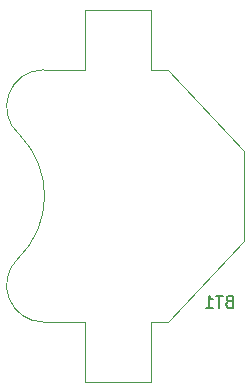
<source format=gbr>
%TF.GenerationSoftware,KiCad,Pcbnew,8.0.6*%
%TF.CreationDate,2024-11-07T13:03:47-03:00*%
%TF.ProjectId,dice-keychain,64696365-2d6b-4657-9963-6861696e2e6b,rev?*%
%TF.SameCoordinates,Original*%
%TF.FileFunction,Legend,Bot*%
%TF.FilePolarity,Positive*%
%FSLAX46Y46*%
G04 Gerber Fmt 4.6, Leading zero omitted, Abs format (unit mm)*
G04 Created by KiCad (PCBNEW 8.0.6) date 2024-11-07 13:03:47*
%MOMM*%
%LPD*%
G01*
G04 APERTURE LIST*
%ADD10C,0.150000*%
%ADD11C,0.120000*%
G04 APERTURE END LIST*
D10*
X120685714Y-85831009D02*
X120542857Y-85878628D01*
X120542857Y-85878628D02*
X120495238Y-85926247D01*
X120495238Y-85926247D02*
X120447619Y-86021485D01*
X120447619Y-86021485D02*
X120447619Y-86164342D01*
X120447619Y-86164342D02*
X120495238Y-86259580D01*
X120495238Y-86259580D02*
X120542857Y-86307200D01*
X120542857Y-86307200D02*
X120638095Y-86354819D01*
X120638095Y-86354819D02*
X121019047Y-86354819D01*
X121019047Y-86354819D02*
X121019047Y-85354819D01*
X121019047Y-85354819D02*
X120685714Y-85354819D01*
X120685714Y-85354819D02*
X120590476Y-85402438D01*
X120590476Y-85402438D02*
X120542857Y-85450057D01*
X120542857Y-85450057D02*
X120495238Y-85545295D01*
X120495238Y-85545295D02*
X120495238Y-85640533D01*
X120495238Y-85640533D02*
X120542857Y-85735771D01*
X120542857Y-85735771D02*
X120590476Y-85783390D01*
X120590476Y-85783390D02*
X120685714Y-85831009D01*
X120685714Y-85831009D02*
X121019047Y-85831009D01*
X120161904Y-85354819D02*
X119590476Y-85354819D01*
X119876190Y-86354819D02*
X119876190Y-85354819D01*
X118733333Y-86354819D02*
X119304761Y-86354819D01*
X119019047Y-86354819D02*
X119019047Y-85354819D01*
X119019047Y-85354819D02*
X119114285Y-85497676D01*
X119114285Y-85497676D02*
X119209523Y-85592914D01*
X119209523Y-85592914D02*
X119304761Y-85640533D01*
D11*
%TO.C,BT1*%
X105000000Y-87580000D02*
G75*
G02*
X102807247Y-82216452I0J3130000D01*
G01*
X102969999Y-71730001D02*
G75*
G02*
X102832608Y-82206422I-5270000J-5169999D01*
G01*
X102960001Y-71719999D02*
G75*
G02*
X105000000Y-66222941I2040000J2369999D01*
G01*
X121930000Y-80700000D02*
X115550000Y-87580000D01*
X121930000Y-73100000D02*
X121930000Y-80700000D01*
X121930000Y-73100000D02*
X115550000Y-66220000D01*
X115550000Y-87580000D02*
X114100000Y-87580000D01*
X115550000Y-66220000D02*
X114100000Y-66220000D01*
X114100000Y-92650000D02*
X114100000Y-87580000D01*
X114100000Y-66220000D02*
X114100000Y-61150000D01*
X108500000Y-92650000D02*
X114100000Y-92650000D01*
X108500000Y-87580000D02*
X108500000Y-92650000D01*
X108500000Y-66220000D02*
X108500000Y-61150000D01*
X108500000Y-61150000D02*
X114100000Y-61150000D01*
X105020000Y-66220000D02*
X108500000Y-66220000D01*
X104950000Y-87580000D02*
X108500000Y-87580000D01*
%TD*%
M02*

</source>
